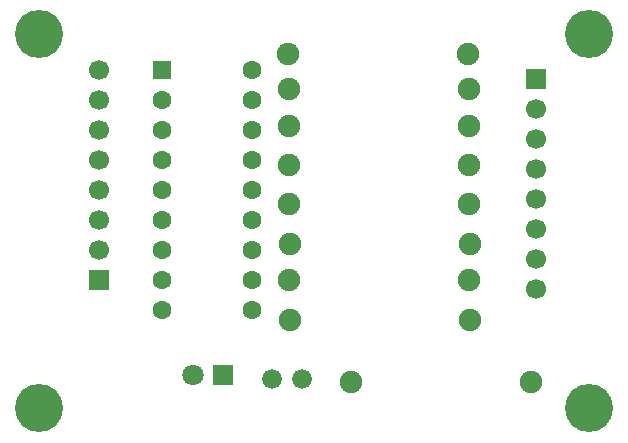
<source format=gbs>
G04 (created by PCBNEW (2013-07-07 BZR 4022)-stable) date 30-Oct-13 5:57:55 PM*
%MOIN*%
G04 Gerber Fmt 3.4, Leading zero omitted, Abs format*
%FSLAX34Y34*%
G01*
G70*
G90*
G04 APERTURE LIST*
%ADD10C,0.00590551*%
%ADD11C,0.0748031*%
%ADD12R,0.0669291X0.0669291*%
%ADD13C,0.0669291*%
%ADD14R,0.0708661X0.0708661*%
%ADD15C,0.0708661*%
%ADD16R,0.0629921X0.0629921*%
%ADD17C,0.0629921*%
%ADD18C,0.066*%
%ADD19C,0.16*%
G04 APERTURE END LIST*
G54D10*
G54D11*
X51700Y-52786D03*
X57700Y-52786D03*
G54D12*
X59928Y-48618D03*
G54D13*
X59928Y-49618D03*
X59928Y-50618D03*
X59928Y-51618D03*
X59928Y-52618D03*
X59928Y-53618D03*
X59928Y-54618D03*
X59928Y-55618D03*
G54D12*
X45346Y-55322D03*
G54D13*
X45346Y-54322D03*
X45346Y-53322D03*
X45346Y-52322D03*
X45346Y-51322D03*
X45346Y-50322D03*
X45346Y-49322D03*
X45346Y-48322D03*
G54D14*
X49494Y-58494D03*
G54D15*
X48494Y-58494D03*
G54D16*
X47466Y-48326D03*
G54D17*
X47466Y-49326D03*
X47466Y-50326D03*
X47466Y-51326D03*
X47466Y-52326D03*
X47466Y-53326D03*
X47466Y-54326D03*
X47466Y-55326D03*
X47466Y-56326D03*
X50466Y-56326D03*
X50466Y-55326D03*
X50466Y-54326D03*
X50466Y-53326D03*
X50466Y-52326D03*
X50466Y-51326D03*
X50466Y-50326D03*
X50466Y-49326D03*
X50466Y-48326D03*
G54D18*
X51116Y-58636D03*
X52116Y-58636D03*
G54D11*
X51656Y-47798D03*
X57656Y-47798D03*
X51686Y-48980D03*
X57686Y-48980D03*
X51680Y-50194D03*
X57680Y-50194D03*
X51686Y-51486D03*
X57686Y-51486D03*
X51726Y-54120D03*
X57726Y-54120D03*
X51692Y-55342D03*
X57692Y-55342D03*
X51714Y-56672D03*
X57714Y-56672D03*
X59738Y-58740D03*
X53738Y-58740D03*
G54D19*
X43350Y-47150D03*
X43350Y-59616D03*
X61696Y-59616D03*
X61696Y-47150D03*
M02*

</source>
